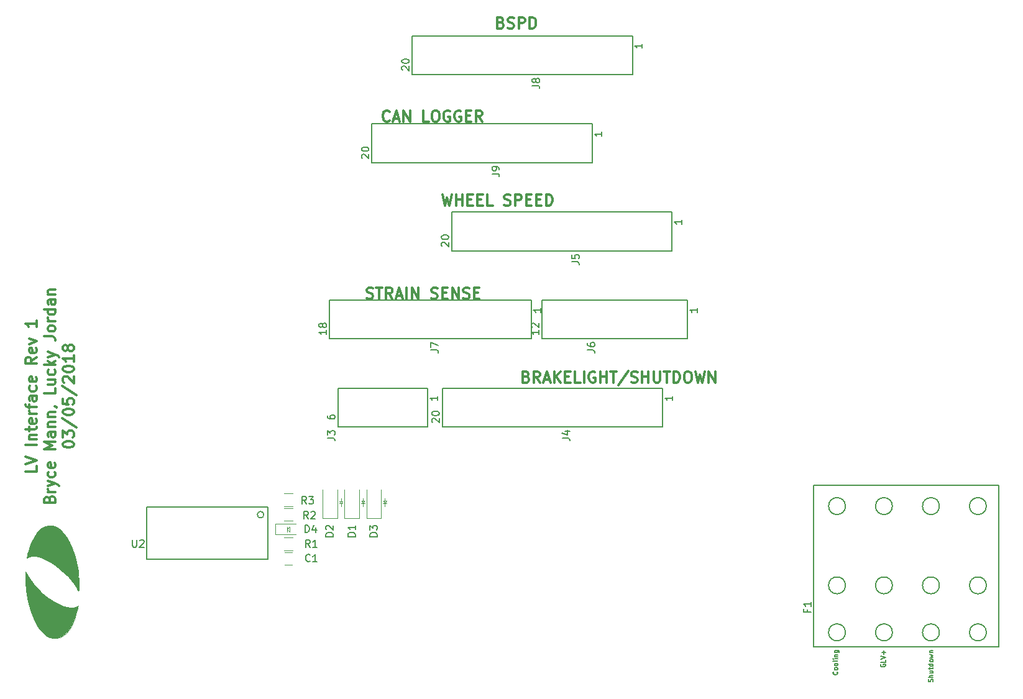
<source format=gbr>
G04 #@! TF.FileFunction,Legend,Top*
%FSLAX46Y46*%
G04 Gerber Fmt 4.6, Leading zero omitted, Abs format (unit mm)*
G04 Created by KiCad (PCBNEW 4.0.7) date 03/25/18 12:40:51*
%MOMM*%
%LPD*%
G01*
G04 APERTURE LIST*
%ADD10C,0.100000*%
%ADD11C,0.300000*%
%ADD12C,0.159100*%
%ADD13C,0.150000*%
%ADD14C,0.120000*%
%ADD15C,0.010000*%
G04 APERTURE END LIST*
D10*
D11*
X31148571Y-118755713D02*
X31148571Y-119469999D01*
X29648571Y-119469999D01*
X29648571Y-118469999D02*
X31148571Y-117969999D01*
X29648571Y-117469999D01*
X31148571Y-115827142D02*
X29648571Y-115827142D01*
X30148571Y-115112856D02*
X31148571Y-115112856D01*
X30291429Y-115112856D02*
X30220000Y-115041428D01*
X30148571Y-114898570D01*
X30148571Y-114684285D01*
X30220000Y-114541428D01*
X30362857Y-114469999D01*
X31148571Y-114469999D01*
X30148571Y-113969999D02*
X30148571Y-113398570D01*
X29648571Y-113755713D02*
X30934286Y-113755713D01*
X31077143Y-113684285D01*
X31148571Y-113541427D01*
X31148571Y-113398570D01*
X31077143Y-112327142D02*
X31148571Y-112469999D01*
X31148571Y-112755713D01*
X31077143Y-112898570D01*
X30934286Y-112969999D01*
X30362857Y-112969999D01*
X30220000Y-112898570D01*
X30148571Y-112755713D01*
X30148571Y-112469999D01*
X30220000Y-112327142D01*
X30362857Y-112255713D01*
X30505714Y-112255713D01*
X30648571Y-112969999D01*
X31148571Y-111612856D02*
X30148571Y-111612856D01*
X30434286Y-111612856D02*
X30291429Y-111541428D01*
X30220000Y-111469999D01*
X30148571Y-111327142D01*
X30148571Y-111184285D01*
X30148571Y-110898571D02*
X30148571Y-110327142D01*
X31148571Y-110684285D02*
X29862857Y-110684285D01*
X29720000Y-110612857D01*
X29648571Y-110469999D01*
X29648571Y-110327142D01*
X31148571Y-109184285D02*
X30362857Y-109184285D01*
X30220000Y-109255714D01*
X30148571Y-109398571D01*
X30148571Y-109684285D01*
X30220000Y-109827142D01*
X31077143Y-109184285D02*
X31148571Y-109327142D01*
X31148571Y-109684285D01*
X31077143Y-109827142D01*
X30934286Y-109898571D01*
X30791429Y-109898571D01*
X30648571Y-109827142D01*
X30577143Y-109684285D01*
X30577143Y-109327142D01*
X30505714Y-109184285D01*
X31077143Y-107827142D02*
X31148571Y-107969999D01*
X31148571Y-108255713D01*
X31077143Y-108398571D01*
X31005714Y-108469999D01*
X30862857Y-108541428D01*
X30434286Y-108541428D01*
X30291429Y-108469999D01*
X30220000Y-108398571D01*
X30148571Y-108255713D01*
X30148571Y-107969999D01*
X30220000Y-107827142D01*
X31077143Y-106612857D02*
X31148571Y-106755714D01*
X31148571Y-107041428D01*
X31077143Y-107184285D01*
X30934286Y-107255714D01*
X30362857Y-107255714D01*
X30220000Y-107184285D01*
X30148571Y-107041428D01*
X30148571Y-106755714D01*
X30220000Y-106612857D01*
X30362857Y-106541428D01*
X30505714Y-106541428D01*
X30648571Y-107255714D01*
X31148571Y-103898571D02*
X30434286Y-104398571D01*
X31148571Y-104755714D02*
X29648571Y-104755714D01*
X29648571Y-104184286D01*
X29720000Y-104041428D01*
X29791429Y-103970000D01*
X29934286Y-103898571D01*
X30148571Y-103898571D01*
X30291429Y-103970000D01*
X30362857Y-104041428D01*
X30434286Y-104184286D01*
X30434286Y-104755714D01*
X31077143Y-102684286D02*
X31148571Y-102827143D01*
X31148571Y-103112857D01*
X31077143Y-103255714D01*
X30934286Y-103327143D01*
X30362857Y-103327143D01*
X30220000Y-103255714D01*
X30148571Y-103112857D01*
X30148571Y-102827143D01*
X30220000Y-102684286D01*
X30362857Y-102612857D01*
X30505714Y-102612857D01*
X30648571Y-103327143D01*
X30148571Y-102112857D02*
X31148571Y-101755714D01*
X30148571Y-101398572D01*
X31148571Y-98898572D02*
X31148571Y-99755715D01*
X31148571Y-99327143D02*
X29648571Y-99327143D01*
X29862857Y-99470000D01*
X30005714Y-99612858D01*
X30077143Y-99755715D01*
X32912857Y-123255714D02*
X32984286Y-123041428D01*
X33055714Y-122970000D01*
X33198571Y-122898571D01*
X33412857Y-122898571D01*
X33555714Y-122970000D01*
X33627143Y-123041428D01*
X33698571Y-123184286D01*
X33698571Y-123755714D01*
X32198571Y-123755714D01*
X32198571Y-123255714D01*
X32270000Y-123112857D01*
X32341429Y-123041428D01*
X32484286Y-122970000D01*
X32627143Y-122970000D01*
X32770000Y-123041428D01*
X32841429Y-123112857D01*
X32912857Y-123255714D01*
X32912857Y-123755714D01*
X33698571Y-122255714D02*
X32698571Y-122255714D01*
X32984286Y-122255714D02*
X32841429Y-122184286D01*
X32770000Y-122112857D01*
X32698571Y-121970000D01*
X32698571Y-121827143D01*
X32698571Y-121470000D02*
X33698571Y-121112857D01*
X32698571Y-120755715D02*
X33698571Y-121112857D01*
X34055714Y-121255715D01*
X34127143Y-121327143D01*
X34198571Y-121470000D01*
X33627143Y-119541429D02*
X33698571Y-119684286D01*
X33698571Y-119970000D01*
X33627143Y-120112858D01*
X33555714Y-120184286D01*
X33412857Y-120255715D01*
X32984286Y-120255715D01*
X32841429Y-120184286D01*
X32770000Y-120112858D01*
X32698571Y-119970000D01*
X32698571Y-119684286D01*
X32770000Y-119541429D01*
X33627143Y-118327144D02*
X33698571Y-118470001D01*
X33698571Y-118755715D01*
X33627143Y-118898572D01*
X33484286Y-118970001D01*
X32912857Y-118970001D01*
X32770000Y-118898572D01*
X32698571Y-118755715D01*
X32698571Y-118470001D01*
X32770000Y-118327144D01*
X32912857Y-118255715D01*
X33055714Y-118255715D01*
X33198571Y-118970001D01*
X33698571Y-116470001D02*
X32198571Y-116470001D01*
X33270000Y-115970001D01*
X32198571Y-115470001D01*
X33698571Y-115470001D01*
X33698571Y-114112858D02*
X32912857Y-114112858D01*
X32770000Y-114184287D01*
X32698571Y-114327144D01*
X32698571Y-114612858D01*
X32770000Y-114755715D01*
X33627143Y-114112858D02*
X33698571Y-114255715D01*
X33698571Y-114612858D01*
X33627143Y-114755715D01*
X33484286Y-114827144D01*
X33341429Y-114827144D01*
X33198571Y-114755715D01*
X33127143Y-114612858D01*
X33127143Y-114255715D01*
X33055714Y-114112858D01*
X32698571Y-113398572D02*
X33698571Y-113398572D01*
X32841429Y-113398572D02*
X32770000Y-113327144D01*
X32698571Y-113184286D01*
X32698571Y-112970001D01*
X32770000Y-112827144D01*
X32912857Y-112755715D01*
X33698571Y-112755715D01*
X32698571Y-112041429D02*
X33698571Y-112041429D01*
X32841429Y-112041429D02*
X32770000Y-111970001D01*
X32698571Y-111827143D01*
X32698571Y-111612858D01*
X32770000Y-111470001D01*
X32912857Y-111398572D01*
X33698571Y-111398572D01*
X33627143Y-110612858D02*
X33698571Y-110612858D01*
X33841429Y-110684286D01*
X33912857Y-110755715D01*
X33698571Y-108112857D02*
X33698571Y-108827143D01*
X32198571Y-108827143D01*
X32698571Y-106970000D02*
X33698571Y-106970000D01*
X32698571Y-107612857D02*
X33484286Y-107612857D01*
X33627143Y-107541429D01*
X33698571Y-107398571D01*
X33698571Y-107184286D01*
X33627143Y-107041429D01*
X33555714Y-106970000D01*
X33627143Y-105612857D02*
X33698571Y-105755714D01*
X33698571Y-106041428D01*
X33627143Y-106184286D01*
X33555714Y-106255714D01*
X33412857Y-106327143D01*
X32984286Y-106327143D01*
X32841429Y-106255714D01*
X32770000Y-106184286D01*
X32698571Y-106041428D01*
X32698571Y-105755714D01*
X32770000Y-105612857D01*
X33698571Y-104970000D02*
X32198571Y-104970000D01*
X33127143Y-104827143D02*
X33698571Y-104398572D01*
X32698571Y-104398572D02*
X33270000Y-104970000D01*
X32698571Y-103898571D02*
X33698571Y-103541428D01*
X32698571Y-103184286D02*
X33698571Y-103541428D01*
X34055714Y-103684286D01*
X34127143Y-103755714D01*
X34198571Y-103898571D01*
X32198571Y-101041429D02*
X33270000Y-101041429D01*
X33484286Y-101112857D01*
X33627143Y-101255714D01*
X33698571Y-101470000D01*
X33698571Y-101612857D01*
X33698571Y-100112857D02*
X33627143Y-100255715D01*
X33555714Y-100327143D01*
X33412857Y-100398572D01*
X32984286Y-100398572D01*
X32841429Y-100327143D01*
X32770000Y-100255715D01*
X32698571Y-100112857D01*
X32698571Y-99898572D01*
X32770000Y-99755715D01*
X32841429Y-99684286D01*
X32984286Y-99612857D01*
X33412857Y-99612857D01*
X33555714Y-99684286D01*
X33627143Y-99755715D01*
X33698571Y-99898572D01*
X33698571Y-100112857D01*
X33698571Y-98970000D02*
X32698571Y-98970000D01*
X32984286Y-98970000D02*
X32841429Y-98898572D01*
X32770000Y-98827143D01*
X32698571Y-98684286D01*
X32698571Y-98541429D01*
X33698571Y-97398572D02*
X32198571Y-97398572D01*
X33627143Y-97398572D02*
X33698571Y-97541429D01*
X33698571Y-97827143D01*
X33627143Y-97970001D01*
X33555714Y-98041429D01*
X33412857Y-98112858D01*
X32984286Y-98112858D01*
X32841429Y-98041429D01*
X32770000Y-97970001D01*
X32698571Y-97827143D01*
X32698571Y-97541429D01*
X32770000Y-97398572D01*
X33698571Y-96041429D02*
X32912857Y-96041429D01*
X32770000Y-96112858D01*
X32698571Y-96255715D01*
X32698571Y-96541429D01*
X32770000Y-96684286D01*
X33627143Y-96041429D02*
X33698571Y-96184286D01*
X33698571Y-96541429D01*
X33627143Y-96684286D01*
X33484286Y-96755715D01*
X33341429Y-96755715D01*
X33198571Y-96684286D01*
X33127143Y-96541429D01*
X33127143Y-96184286D01*
X33055714Y-96041429D01*
X32698571Y-95327143D02*
X33698571Y-95327143D01*
X32841429Y-95327143D02*
X32770000Y-95255715D01*
X32698571Y-95112857D01*
X32698571Y-94898572D01*
X32770000Y-94755715D01*
X32912857Y-94684286D01*
X33698571Y-94684286D01*
X34748571Y-115862856D02*
X34748571Y-115719999D01*
X34820000Y-115577142D01*
X34891429Y-115505713D01*
X35034286Y-115434284D01*
X35320000Y-115362856D01*
X35677143Y-115362856D01*
X35962857Y-115434284D01*
X36105714Y-115505713D01*
X36177143Y-115577142D01*
X36248571Y-115719999D01*
X36248571Y-115862856D01*
X36177143Y-116005713D01*
X36105714Y-116077142D01*
X35962857Y-116148570D01*
X35677143Y-116219999D01*
X35320000Y-116219999D01*
X35034286Y-116148570D01*
X34891429Y-116077142D01*
X34820000Y-116005713D01*
X34748571Y-115862856D01*
X34748571Y-114862856D02*
X34748571Y-113934285D01*
X35320000Y-114434285D01*
X35320000Y-114219999D01*
X35391429Y-114077142D01*
X35462857Y-114005713D01*
X35605714Y-113934285D01*
X35962857Y-113934285D01*
X36105714Y-114005713D01*
X36177143Y-114077142D01*
X36248571Y-114219999D01*
X36248571Y-114648571D01*
X36177143Y-114791428D01*
X36105714Y-114862856D01*
X34677143Y-112220000D02*
X36605714Y-113505714D01*
X34748571Y-111434285D02*
X34748571Y-111291428D01*
X34820000Y-111148571D01*
X34891429Y-111077142D01*
X35034286Y-111005713D01*
X35320000Y-110934285D01*
X35677143Y-110934285D01*
X35962857Y-111005713D01*
X36105714Y-111077142D01*
X36177143Y-111148571D01*
X36248571Y-111291428D01*
X36248571Y-111434285D01*
X36177143Y-111577142D01*
X36105714Y-111648571D01*
X35962857Y-111719999D01*
X35677143Y-111791428D01*
X35320000Y-111791428D01*
X35034286Y-111719999D01*
X34891429Y-111648571D01*
X34820000Y-111577142D01*
X34748571Y-111434285D01*
X34748571Y-109577142D02*
X34748571Y-110291428D01*
X35462857Y-110362857D01*
X35391429Y-110291428D01*
X35320000Y-110148571D01*
X35320000Y-109791428D01*
X35391429Y-109648571D01*
X35462857Y-109577142D01*
X35605714Y-109505714D01*
X35962857Y-109505714D01*
X36105714Y-109577142D01*
X36177143Y-109648571D01*
X36248571Y-109791428D01*
X36248571Y-110148571D01*
X36177143Y-110291428D01*
X36105714Y-110362857D01*
X34677143Y-107791429D02*
X36605714Y-109077143D01*
X34891429Y-107362857D02*
X34820000Y-107291428D01*
X34748571Y-107148571D01*
X34748571Y-106791428D01*
X34820000Y-106648571D01*
X34891429Y-106577142D01*
X35034286Y-106505714D01*
X35177143Y-106505714D01*
X35391429Y-106577142D01*
X36248571Y-107434285D01*
X36248571Y-106505714D01*
X34748571Y-105577143D02*
X34748571Y-105434286D01*
X34820000Y-105291429D01*
X34891429Y-105220000D01*
X35034286Y-105148571D01*
X35320000Y-105077143D01*
X35677143Y-105077143D01*
X35962857Y-105148571D01*
X36105714Y-105220000D01*
X36177143Y-105291429D01*
X36248571Y-105434286D01*
X36248571Y-105577143D01*
X36177143Y-105720000D01*
X36105714Y-105791429D01*
X35962857Y-105862857D01*
X35677143Y-105934286D01*
X35320000Y-105934286D01*
X35034286Y-105862857D01*
X34891429Y-105791429D01*
X34820000Y-105720000D01*
X34748571Y-105577143D01*
X36248571Y-103648572D02*
X36248571Y-104505715D01*
X36248571Y-104077143D02*
X34748571Y-104077143D01*
X34962857Y-104220000D01*
X35105714Y-104362858D01*
X35177143Y-104505715D01*
X35391429Y-102791429D02*
X35320000Y-102934287D01*
X35248571Y-103005715D01*
X35105714Y-103077144D01*
X35034286Y-103077144D01*
X34891429Y-103005715D01*
X34820000Y-102934287D01*
X34748571Y-102791429D01*
X34748571Y-102505715D01*
X34820000Y-102362858D01*
X34891429Y-102291429D01*
X35034286Y-102220001D01*
X35105714Y-102220001D01*
X35248571Y-102291429D01*
X35320000Y-102362858D01*
X35391429Y-102505715D01*
X35391429Y-102791429D01*
X35462857Y-102934287D01*
X35534286Y-103005715D01*
X35677143Y-103077144D01*
X35962857Y-103077144D01*
X36105714Y-103005715D01*
X36177143Y-102934287D01*
X36248571Y-102791429D01*
X36248571Y-102505715D01*
X36177143Y-102362858D01*
X36105714Y-102291429D01*
X35962857Y-102220001D01*
X35677143Y-102220001D01*
X35534286Y-102291429D01*
X35462857Y-102362858D01*
X35391429Y-102505715D01*
X97882856Y-106572857D02*
X98097142Y-106644286D01*
X98168570Y-106715714D01*
X98239999Y-106858571D01*
X98239999Y-107072857D01*
X98168570Y-107215714D01*
X98097142Y-107287143D01*
X97954284Y-107358571D01*
X97382856Y-107358571D01*
X97382856Y-105858571D01*
X97882856Y-105858571D01*
X98025713Y-105930000D01*
X98097142Y-106001429D01*
X98168570Y-106144286D01*
X98168570Y-106287143D01*
X98097142Y-106430000D01*
X98025713Y-106501429D01*
X97882856Y-106572857D01*
X97382856Y-106572857D01*
X99739999Y-107358571D02*
X99239999Y-106644286D01*
X98882856Y-107358571D02*
X98882856Y-105858571D01*
X99454284Y-105858571D01*
X99597142Y-105930000D01*
X99668570Y-106001429D01*
X99739999Y-106144286D01*
X99739999Y-106358571D01*
X99668570Y-106501429D01*
X99597142Y-106572857D01*
X99454284Y-106644286D01*
X98882856Y-106644286D01*
X100311427Y-106930000D02*
X101025713Y-106930000D01*
X100168570Y-107358571D02*
X100668570Y-105858571D01*
X101168570Y-107358571D01*
X101668570Y-107358571D02*
X101668570Y-105858571D01*
X102525713Y-107358571D02*
X101882856Y-106501429D01*
X102525713Y-105858571D02*
X101668570Y-106715714D01*
X103168570Y-106572857D02*
X103668570Y-106572857D01*
X103882856Y-107358571D02*
X103168570Y-107358571D01*
X103168570Y-105858571D01*
X103882856Y-105858571D01*
X105239999Y-107358571D02*
X104525713Y-107358571D01*
X104525713Y-105858571D01*
X105739999Y-107358571D02*
X105739999Y-105858571D01*
X107239999Y-105930000D02*
X107097142Y-105858571D01*
X106882856Y-105858571D01*
X106668571Y-105930000D01*
X106525713Y-106072857D01*
X106454285Y-106215714D01*
X106382856Y-106501429D01*
X106382856Y-106715714D01*
X106454285Y-107001429D01*
X106525713Y-107144286D01*
X106668571Y-107287143D01*
X106882856Y-107358571D01*
X107025713Y-107358571D01*
X107239999Y-107287143D01*
X107311428Y-107215714D01*
X107311428Y-106715714D01*
X107025713Y-106715714D01*
X107954285Y-107358571D02*
X107954285Y-105858571D01*
X107954285Y-106572857D02*
X108811428Y-106572857D01*
X108811428Y-107358571D02*
X108811428Y-105858571D01*
X109311428Y-105858571D02*
X110168571Y-105858571D01*
X109740000Y-107358571D02*
X109740000Y-105858571D01*
X111739999Y-105787143D02*
X110454285Y-107715714D01*
X112168571Y-107287143D02*
X112382857Y-107358571D01*
X112740000Y-107358571D01*
X112882857Y-107287143D01*
X112954286Y-107215714D01*
X113025714Y-107072857D01*
X113025714Y-106930000D01*
X112954286Y-106787143D01*
X112882857Y-106715714D01*
X112740000Y-106644286D01*
X112454286Y-106572857D01*
X112311428Y-106501429D01*
X112240000Y-106430000D01*
X112168571Y-106287143D01*
X112168571Y-106144286D01*
X112240000Y-106001429D01*
X112311428Y-105930000D01*
X112454286Y-105858571D01*
X112811428Y-105858571D01*
X113025714Y-105930000D01*
X113668571Y-107358571D02*
X113668571Y-105858571D01*
X113668571Y-106572857D02*
X114525714Y-106572857D01*
X114525714Y-107358571D02*
X114525714Y-105858571D01*
X115240000Y-105858571D02*
X115240000Y-107072857D01*
X115311428Y-107215714D01*
X115382857Y-107287143D01*
X115525714Y-107358571D01*
X115811428Y-107358571D01*
X115954286Y-107287143D01*
X116025714Y-107215714D01*
X116097143Y-107072857D01*
X116097143Y-105858571D01*
X116597143Y-105858571D02*
X117454286Y-105858571D01*
X117025715Y-107358571D02*
X117025715Y-105858571D01*
X117954286Y-107358571D02*
X117954286Y-105858571D01*
X118311429Y-105858571D01*
X118525714Y-105930000D01*
X118668572Y-106072857D01*
X118740000Y-106215714D01*
X118811429Y-106501429D01*
X118811429Y-106715714D01*
X118740000Y-107001429D01*
X118668572Y-107144286D01*
X118525714Y-107287143D01*
X118311429Y-107358571D01*
X117954286Y-107358571D01*
X119740000Y-105858571D02*
X120025714Y-105858571D01*
X120168572Y-105930000D01*
X120311429Y-106072857D01*
X120382857Y-106358571D01*
X120382857Y-106858571D01*
X120311429Y-107144286D01*
X120168572Y-107287143D01*
X120025714Y-107358571D01*
X119740000Y-107358571D01*
X119597143Y-107287143D01*
X119454286Y-107144286D01*
X119382857Y-106858571D01*
X119382857Y-106358571D01*
X119454286Y-106072857D01*
X119597143Y-105930000D01*
X119740000Y-105858571D01*
X120882858Y-105858571D02*
X121240001Y-107358571D01*
X121525715Y-106287143D01*
X121811429Y-107358571D01*
X122168572Y-105858571D01*
X122740001Y-107358571D02*
X122740001Y-105858571D01*
X123597144Y-107358571D01*
X123597144Y-105858571D01*
X76141429Y-95857143D02*
X76355715Y-95928571D01*
X76712858Y-95928571D01*
X76855715Y-95857143D01*
X76927144Y-95785714D01*
X76998572Y-95642857D01*
X76998572Y-95500000D01*
X76927144Y-95357143D01*
X76855715Y-95285714D01*
X76712858Y-95214286D01*
X76427144Y-95142857D01*
X76284286Y-95071429D01*
X76212858Y-95000000D01*
X76141429Y-94857143D01*
X76141429Y-94714286D01*
X76212858Y-94571429D01*
X76284286Y-94500000D01*
X76427144Y-94428571D01*
X76784286Y-94428571D01*
X76998572Y-94500000D01*
X77427143Y-94428571D02*
X78284286Y-94428571D01*
X77855715Y-95928571D02*
X77855715Y-94428571D01*
X79641429Y-95928571D02*
X79141429Y-95214286D01*
X78784286Y-95928571D02*
X78784286Y-94428571D01*
X79355714Y-94428571D01*
X79498572Y-94500000D01*
X79570000Y-94571429D01*
X79641429Y-94714286D01*
X79641429Y-94928571D01*
X79570000Y-95071429D01*
X79498572Y-95142857D01*
X79355714Y-95214286D01*
X78784286Y-95214286D01*
X80212857Y-95500000D02*
X80927143Y-95500000D01*
X80070000Y-95928571D02*
X80570000Y-94428571D01*
X81070000Y-95928571D01*
X81570000Y-95928571D02*
X81570000Y-94428571D01*
X82284286Y-95928571D02*
X82284286Y-94428571D01*
X83141429Y-95928571D01*
X83141429Y-94428571D01*
X84927143Y-95857143D02*
X85141429Y-95928571D01*
X85498572Y-95928571D01*
X85641429Y-95857143D01*
X85712858Y-95785714D01*
X85784286Y-95642857D01*
X85784286Y-95500000D01*
X85712858Y-95357143D01*
X85641429Y-95285714D01*
X85498572Y-95214286D01*
X85212858Y-95142857D01*
X85070000Y-95071429D01*
X84998572Y-95000000D01*
X84927143Y-94857143D01*
X84927143Y-94714286D01*
X84998572Y-94571429D01*
X85070000Y-94500000D01*
X85212858Y-94428571D01*
X85570000Y-94428571D01*
X85784286Y-94500000D01*
X86427143Y-95142857D02*
X86927143Y-95142857D01*
X87141429Y-95928571D02*
X86427143Y-95928571D01*
X86427143Y-94428571D01*
X87141429Y-94428571D01*
X87784286Y-95928571D02*
X87784286Y-94428571D01*
X88641429Y-95928571D01*
X88641429Y-94428571D01*
X89284286Y-95857143D02*
X89498572Y-95928571D01*
X89855715Y-95928571D01*
X89998572Y-95857143D01*
X90070001Y-95785714D01*
X90141429Y-95642857D01*
X90141429Y-95500000D01*
X90070001Y-95357143D01*
X89998572Y-95285714D01*
X89855715Y-95214286D01*
X89570001Y-95142857D01*
X89427143Y-95071429D01*
X89355715Y-95000000D01*
X89284286Y-94857143D01*
X89284286Y-94714286D01*
X89355715Y-94571429D01*
X89427143Y-94500000D01*
X89570001Y-94428571D01*
X89927143Y-94428571D01*
X90141429Y-94500000D01*
X90784286Y-95142857D02*
X91284286Y-95142857D01*
X91498572Y-95928571D02*
X90784286Y-95928571D01*
X90784286Y-94428571D01*
X91498572Y-94428571D01*
X86444286Y-81728571D02*
X86801429Y-83228571D01*
X87087143Y-82157143D01*
X87372857Y-83228571D01*
X87730000Y-81728571D01*
X88301429Y-83228571D02*
X88301429Y-81728571D01*
X88301429Y-82442857D02*
X89158572Y-82442857D01*
X89158572Y-83228571D02*
X89158572Y-81728571D01*
X89872858Y-82442857D02*
X90372858Y-82442857D01*
X90587144Y-83228571D02*
X89872858Y-83228571D01*
X89872858Y-81728571D01*
X90587144Y-81728571D01*
X91230001Y-82442857D02*
X91730001Y-82442857D01*
X91944287Y-83228571D02*
X91230001Y-83228571D01*
X91230001Y-81728571D01*
X91944287Y-81728571D01*
X93301430Y-83228571D02*
X92587144Y-83228571D01*
X92587144Y-81728571D01*
X94872858Y-83157143D02*
X95087144Y-83228571D01*
X95444287Y-83228571D01*
X95587144Y-83157143D01*
X95658573Y-83085714D01*
X95730001Y-82942857D01*
X95730001Y-82800000D01*
X95658573Y-82657143D01*
X95587144Y-82585714D01*
X95444287Y-82514286D01*
X95158573Y-82442857D01*
X95015715Y-82371429D01*
X94944287Y-82300000D01*
X94872858Y-82157143D01*
X94872858Y-82014286D01*
X94944287Y-81871429D01*
X95015715Y-81800000D01*
X95158573Y-81728571D01*
X95515715Y-81728571D01*
X95730001Y-81800000D01*
X96372858Y-83228571D02*
X96372858Y-81728571D01*
X96944286Y-81728571D01*
X97087144Y-81800000D01*
X97158572Y-81871429D01*
X97230001Y-82014286D01*
X97230001Y-82228571D01*
X97158572Y-82371429D01*
X97087144Y-82442857D01*
X96944286Y-82514286D01*
X96372858Y-82514286D01*
X97872858Y-82442857D02*
X98372858Y-82442857D01*
X98587144Y-83228571D02*
X97872858Y-83228571D01*
X97872858Y-81728571D01*
X98587144Y-81728571D01*
X99230001Y-82442857D02*
X99730001Y-82442857D01*
X99944287Y-83228571D02*
X99230001Y-83228571D01*
X99230001Y-81728571D01*
X99944287Y-81728571D01*
X100587144Y-83228571D02*
X100587144Y-81728571D01*
X100944287Y-81728571D01*
X101158572Y-81800000D01*
X101301430Y-81942857D01*
X101372858Y-82085714D01*
X101444287Y-82371429D01*
X101444287Y-82585714D01*
X101372858Y-82871429D01*
X101301430Y-83014286D01*
X101158572Y-83157143D01*
X100944287Y-83228571D01*
X100587144Y-83228571D01*
X79232857Y-71655714D02*
X79161428Y-71727143D01*
X78947142Y-71798571D01*
X78804285Y-71798571D01*
X78590000Y-71727143D01*
X78447142Y-71584286D01*
X78375714Y-71441429D01*
X78304285Y-71155714D01*
X78304285Y-70941429D01*
X78375714Y-70655714D01*
X78447142Y-70512857D01*
X78590000Y-70370000D01*
X78804285Y-70298571D01*
X78947142Y-70298571D01*
X79161428Y-70370000D01*
X79232857Y-70441429D01*
X79804285Y-71370000D02*
X80518571Y-71370000D01*
X79661428Y-71798571D02*
X80161428Y-70298571D01*
X80661428Y-71798571D01*
X81161428Y-71798571D02*
X81161428Y-70298571D01*
X82018571Y-71798571D01*
X82018571Y-70298571D01*
X84590000Y-71798571D02*
X83875714Y-71798571D01*
X83875714Y-70298571D01*
X85375714Y-70298571D02*
X85661428Y-70298571D01*
X85804286Y-70370000D01*
X85947143Y-70512857D01*
X86018571Y-70798571D01*
X86018571Y-71298571D01*
X85947143Y-71584286D01*
X85804286Y-71727143D01*
X85661428Y-71798571D01*
X85375714Y-71798571D01*
X85232857Y-71727143D01*
X85090000Y-71584286D01*
X85018571Y-71298571D01*
X85018571Y-70798571D01*
X85090000Y-70512857D01*
X85232857Y-70370000D01*
X85375714Y-70298571D01*
X87447143Y-70370000D02*
X87304286Y-70298571D01*
X87090000Y-70298571D01*
X86875715Y-70370000D01*
X86732857Y-70512857D01*
X86661429Y-70655714D01*
X86590000Y-70941429D01*
X86590000Y-71155714D01*
X86661429Y-71441429D01*
X86732857Y-71584286D01*
X86875715Y-71727143D01*
X87090000Y-71798571D01*
X87232857Y-71798571D01*
X87447143Y-71727143D01*
X87518572Y-71655714D01*
X87518572Y-71155714D01*
X87232857Y-71155714D01*
X88947143Y-70370000D02*
X88804286Y-70298571D01*
X88590000Y-70298571D01*
X88375715Y-70370000D01*
X88232857Y-70512857D01*
X88161429Y-70655714D01*
X88090000Y-70941429D01*
X88090000Y-71155714D01*
X88161429Y-71441429D01*
X88232857Y-71584286D01*
X88375715Y-71727143D01*
X88590000Y-71798571D01*
X88732857Y-71798571D01*
X88947143Y-71727143D01*
X89018572Y-71655714D01*
X89018572Y-71155714D01*
X88732857Y-71155714D01*
X89661429Y-71012857D02*
X90161429Y-71012857D01*
X90375715Y-71798571D02*
X89661429Y-71798571D01*
X89661429Y-70298571D01*
X90375715Y-70298571D01*
X91875715Y-71798571D02*
X91375715Y-71084286D01*
X91018572Y-71798571D02*
X91018572Y-70298571D01*
X91590000Y-70298571D01*
X91732858Y-70370000D01*
X91804286Y-70441429D01*
X91875715Y-70584286D01*
X91875715Y-70798571D01*
X91804286Y-70941429D01*
X91732858Y-71012857D01*
X91590000Y-71084286D01*
X91018572Y-71084286D01*
X94412858Y-58312857D02*
X94627144Y-58384286D01*
X94698572Y-58455714D01*
X94770001Y-58598571D01*
X94770001Y-58812857D01*
X94698572Y-58955714D01*
X94627144Y-59027143D01*
X94484286Y-59098571D01*
X93912858Y-59098571D01*
X93912858Y-57598571D01*
X94412858Y-57598571D01*
X94555715Y-57670000D01*
X94627144Y-57741429D01*
X94698572Y-57884286D01*
X94698572Y-58027143D01*
X94627144Y-58170000D01*
X94555715Y-58241429D01*
X94412858Y-58312857D01*
X93912858Y-58312857D01*
X95341429Y-59027143D02*
X95555715Y-59098571D01*
X95912858Y-59098571D01*
X96055715Y-59027143D01*
X96127144Y-58955714D01*
X96198572Y-58812857D01*
X96198572Y-58670000D01*
X96127144Y-58527143D01*
X96055715Y-58455714D01*
X95912858Y-58384286D01*
X95627144Y-58312857D01*
X95484286Y-58241429D01*
X95412858Y-58170000D01*
X95341429Y-58027143D01*
X95341429Y-57884286D01*
X95412858Y-57741429D01*
X95484286Y-57670000D01*
X95627144Y-57598571D01*
X95984286Y-57598571D01*
X96198572Y-57670000D01*
X96841429Y-59098571D02*
X96841429Y-57598571D01*
X97412857Y-57598571D01*
X97555715Y-57670000D01*
X97627143Y-57741429D01*
X97698572Y-57884286D01*
X97698572Y-58098571D01*
X97627143Y-58241429D01*
X97555715Y-58312857D01*
X97412857Y-58384286D01*
X96841429Y-58384286D01*
X98341429Y-59098571D02*
X98341429Y-57598571D01*
X98698572Y-57598571D01*
X98912857Y-57670000D01*
X99055715Y-57812857D01*
X99127143Y-57955714D01*
X99198572Y-58241429D01*
X99198572Y-58455714D01*
X99127143Y-58741429D01*
X99055715Y-58884286D01*
X98912857Y-59027143D01*
X98698572Y-59098571D01*
X98341429Y-59098571D01*
D12*
X153257590Y-148136484D02*
X153287895Y-148045570D01*
X153287895Y-147894046D01*
X153257590Y-147833436D01*
X153227286Y-147803132D01*
X153166676Y-147772827D01*
X153106067Y-147772827D01*
X153045457Y-147803132D01*
X153015152Y-147833436D01*
X152984848Y-147894046D01*
X152954543Y-148015265D01*
X152924238Y-148075874D01*
X152893933Y-148106179D01*
X152833324Y-148136484D01*
X152772714Y-148136484D01*
X152712105Y-148106179D01*
X152681800Y-148075874D01*
X152651495Y-148015265D01*
X152651495Y-147863741D01*
X152681800Y-147772827D01*
X153287895Y-147500084D02*
X152651495Y-147500084D01*
X153287895Y-147227341D02*
X152954543Y-147227341D01*
X152893933Y-147257646D01*
X152863629Y-147318256D01*
X152863629Y-147409170D01*
X152893933Y-147469779D01*
X152924238Y-147500084D01*
X152863629Y-146651551D02*
X153287895Y-146651551D01*
X152863629Y-146924294D02*
X153196981Y-146924294D01*
X153257590Y-146893989D01*
X153287895Y-146833380D01*
X153287895Y-146742466D01*
X153257590Y-146681856D01*
X153227286Y-146651551D01*
X152863629Y-146439418D02*
X152863629Y-146196980D01*
X152651495Y-146348504D02*
X153196981Y-146348504D01*
X153257590Y-146318199D01*
X153287895Y-146257590D01*
X153287895Y-146196980D01*
X153287895Y-145712104D02*
X152651495Y-145712104D01*
X153257590Y-145712104D02*
X153287895Y-145772714D01*
X153287895Y-145893933D01*
X153257590Y-145954542D01*
X153227286Y-145984847D01*
X153166676Y-146015152D01*
X152984848Y-146015152D01*
X152924238Y-145984847D01*
X152893933Y-145954542D01*
X152863629Y-145893933D01*
X152863629Y-145772714D01*
X152893933Y-145712104D01*
X153287895Y-145318143D02*
X153257590Y-145378752D01*
X153227286Y-145409057D01*
X153166676Y-145439362D01*
X152984848Y-145439362D01*
X152924238Y-145409057D01*
X152893933Y-145378752D01*
X152863629Y-145318143D01*
X152863629Y-145227229D01*
X152893933Y-145166619D01*
X152924238Y-145136314D01*
X152984848Y-145106010D01*
X153166676Y-145106010D01*
X153227286Y-145136314D01*
X153257590Y-145166619D01*
X153287895Y-145227229D01*
X153287895Y-145318143D01*
X152863629Y-144893877D02*
X153287895Y-144772658D01*
X152984848Y-144651439D01*
X153287895Y-144530220D01*
X152863629Y-144409001D01*
X152863629Y-144166562D02*
X153287895Y-144166562D01*
X152924238Y-144166562D02*
X152893933Y-144136257D01*
X152863629Y-144075648D01*
X152863629Y-143984734D01*
X152893933Y-143924124D01*
X152954543Y-143893819D01*
X153287895Y-143893819D01*
X146181800Y-145757619D02*
X146151495Y-145818228D01*
X146151495Y-145909143D01*
X146181800Y-146000057D01*
X146242410Y-146060666D01*
X146303019Y-146090971D01*
X146424238Y-146121276D01*
X146515152Y-146121276D01*
X146636371Y-146090971D01*
X146696981Y-146060666D01*
X146757590Y-146000057D01*
X146787895Y-145909143D01*
X146787895Y-145848533D01*
X146757590Y-145757619D01*
X146727286Y-145727314D01*
X146515152Y-145727314D01*
X146515152Y-145848533D01*
X146787895Y-145151524D02*
X146787895Y-145454571D01*
X146151495Y-145454571D01*
X146151495Y-145030304D02*
X146787895Y-144818171D01*
X146151495Y-144606038D01*
X146545457Y-144393904D02*
X146545457Y-143909028D01*
X146787895Y-144151466D02*
X146303019Y-144151466D01*
X140227286Y-146772799D02*
X140257590Y-146803104D01*
X140287895Y-146894018D01*
X140287895Y-146954628D01*
X140257590Y-147045542D01*
X140196981Y-147106151D01*
X140136371Y-147136456D01*
X140015152Y-147166761D01*
X139924238Y-147166761D01*
X139803019Y-147136456D01*
X139742410Y-147106151D01*
X139681800Y-147045542D01*
X139651495Y-146954628D01*
X139651495Y-146894018D01*
X139681800Y-146803104D01*
X139712105Y-146772799D01*
X140287895Y-146409142D02*
X140257590Y-146469751D01*
X140227286Y-146500056D01*
X140166676Y-146530361D01*
X139984848Y-146530361D01*
X139924238Y-146500056D01*
X139893933Y-146469751D01*
X139863629Y-146409142D01*
X139863629Y-146318228D01*
X139893933Y-146257618D01*
X139924238Y-146227313D01*
X139984848Y-146197009D01*
X140166676Y-146197009D01*
X140227286Y-146227313D01*
X140257590Y-146257618D01*
X140287895Y-146318228D01*
X140287895Y-146409142D01*
X140287895Y-145833352D02*
X140257590Y-145893961D01*
X140227286Y-145924266D01*
X140166676Y-145954571D01*
X139984848Y-145954571D01*
X139924238Y-145924266D01*
X139893933Y-145893961D01*
X139863629Y-145833352D01*
X139863629Y-145742438D01*
X139893933Y-145681828D01*
X139924238Y-145651523D01*
X139984848Y-145621219D01*
X140166676Y-145621219D01*
X140227286Y-145651523D01*
X140257590Y-145681828D01*
X140287895Y-145742438D01*
X140287895Y-145833352D01*
X140287895Y-145257562D02*
X140257590Y-145318171D01*
X140196981Y-145348476D01*
X139651495Y-145348476D01*
X140287895Y-145015124D02*
X139863629Y-145015124D01*
X139651495Y-145015124D02*
X139681800Y-145045429D01*
X139712105Y-145015124D01*
X139681800Y-144984819D01*
X139651495Y-145015124D01*
X139712105Y-145015124D01*
X139863629Y-144712076D02*
X140287895Y-144712076D01*
X139924238Y-144712076D02*
X139893933Y-144681771D01*
X139863629Y-144621162D01*
X139863629Y-144530248D01*
X139893933Y-144469638D01*
X139954543Y-144439333D01*
X140287895Y-144439333D01*
X139863629Y-143863543D02*
X140378810Y-143863543D01*
X140439419Y-143893848D01*
X140469724Y-143924153D01*
X140500029Y-143984762D01*
X140500029Y-144075677D01*
X140469724Y-144136286D01*
X140257590Y-143863543D02*
X140287895Y-143924153D01*
X140287895Y-144045372D01*
X140257590Y-144105981D01*
X140227286Y-144136286D01*
X140166676Y-144166591D01*
X139984848Y-144166591D01*
X139924238Y-144136286D01*
X139893933Y-144105981D01*
X139863629Y-144045372D01*
X139863629Y-143924153D01*
X139893933Y-143863543D01*
D13*
X87730000Y-84120000D02*
X87730000Y-89420000D01*
X117740000Y-84120000D02*
X117740000Y-89420000D01*
X87730000Y-84120000D02*
X117740000Y-84120000D01*
X87730000Y-89420000D02*
X117740000Y-89420000D01*
D14*
X64988000Y-132192000D02*
X65988000Y-132192000D01*
X65988000Y-130492000D02*
X64988000Y-130492000D01*
D10*
X75617200Y-123518800D02*
X75617200Y-123118800D01*
X75617200Y-123818800D02*
X75417200Y-123518800D01*
X75417200Y-123518800D02*
X75817200Y-123518800D01*
X75817200Y-123518800D02*
X75617200Y-123818800D01*
X75617200Y-124218800D02*
X75617200Y-123818800D01*
X75617200Y-123818800D02*
X75367200Y-123818800D01*
X75367200Y-123818800D02*
X75867200Y-123818800D01*
D14*
X73117200Y-125818800D02*
X75117200Y-125818800D01*
X75117200Y-125818800D02*
X75117200Y-121968800D01*
X73117200Y-125818800D02*
X73117200Y-121968800D01*
D10*
X72620000Y-123522000D02*
X72620000Y-123122000D01*
X72620000Y-123822000D02*
X72420000Y-123522000D01*
X72420000Y-123522000D02*
X72820000Y-123522000D01*
X72820000Y-123522000D02*
X72620000Y-123822000D01*
X72620000Y-124222000D02*
X72620000Y-123822000D01*
X72620000Y-123822000D02*
X72370000Y-123822000D01*
X72370000Y-123822000D02*
X72870000Y-123822000D01*
D14*
X70120000Y-125822000D02*
X72120000Y-125822000D01*
X72120000Y-125822000D02*
X72120000Y-121972000D01*
X70120000Y-125822000D02*
X70120000Y-121972000D01*
D10*
X78614400Y-123518800D02*
X78614400Y-123118800D01*
X78614400Y-123818800D02*
X78414400Y-123518800D01*
X78414400Y-123518800D02*
X78814400Y-123518800D01*
X78814400Y-123518800D02*
X78614400Y-123818800D01*
X78614400Y-124218800D02*
X78614400Y-123818800D01*
X78614400Y-123818800D02*
X78364400Y-123818800D01*
X78364400Y-123818800D02*
X78864400Y-123818800D01*
D14*
X76114400Y-125818800D02*
X78114400Y-125818800D01*
X78114400Y-125818800D02*
X78114400Y-121968800D01*
X76114400Y-125818800D02*
X76114400Y-121968800D01*
D10*
X65288000Y-127692000D02*
X65288000Y-127342000D01*
X65288000Y-127342000D02*
X65288000Y-126992000D01*
X65638000Y-127692000D02*
X65288000Y-127342000D01*
X65638000Y-127642000D02*
X65638000Y-127692000D01*
X65638000Y-127692000D02*
X65638000Y-127642000D01*
X65638000Y-126992000D02*
X65638000Y-127642000D01*
X65588000Y-127042000D02*
X65638000Y-126992000D01*
X65288000Y-127342000D02*
X65588000Y-127042000D01*
D14*
X63688000Y-126642000D02*
X63688000Y-128042000D01*
X63688000Y-128042000D02*
X66488000Y-128042000D01*
X63688000Y-126642000D02*
X66488000Y-126642000D01*
D13*
X72210000Y-108120000D02*
X72210000Y-113420000D01*
X84440000Y-108120000D02*
X84440000Y-113420000D01*
X72210000Y-108120000D02*
X84440000Y-108120000D01*
X72210000Y-113420000D02*
X84440000Y-113420000D01*
X86430000Y-108120000D02*
X86430000Y-113420000D01*
X116440000Y-108120000D02*
X116440000Y-113420000D01*
X86430000Y-108120000D02*
X116440000Y-108120000D01*
X86430000Y-113420000D02*
X116440000Y-113420000D01*
X99990000Y-96120000D02*
X99990000Y-101420000D01*
X119840000Y-96120000D02*
X119840000Y-101420000D01*
X99990000Y-96120000D02*
X119840000Y-96120000D01*
X99990000Y-101420000D02*
X119840000Y-101420000D01*
X71070000Y-96120000D02*
X71070000Y-101420000D01*
X98540000Y-96120000D02*
X98540000Y-101420000D01*
X71070000Y-96120000D02*
X98540000Y-96120000D01*
X71070000Y-101420000D02*
X98540000Y-101420000D01*
X82330000Y-60120000D02*
X82330000Y-65420000D01*
X112340000Y-60120000D02*
X112340000Y-65420000D01*
X82330000Y-60120000D02*
X112340000Y-60120000D01*
X82330000Y-65420000D02*
X112340000Y-65420000D01*
X76830000Y-72120000D02*
X76830000Y-77420000D01*
X106840000Y-72120000D02*
X106840000Y-77420000D01*
X76830000Y-72120000D02*
X106840000Y-72120000D01*
X76830000Y-77420000D02*
X106840000Y-77420000D01*
D14*
X66088000Y-130222000D02*
X64888000Y-130222000D01*
X64888000Y-128462000D02*
X66088000Y-128462000D01*
X66088000Y-126222000D02*
X64888000Y-126222000D01*
X64888000Y-124462000D02*
X66088000Y-124462000D01*
X66088000Y-124222000D02*
X64888000Y-124222000D01*
X64888000Y-122462000D02*
X66088000Y-122462000D01*
D13*
X62108998Y-125374000D02*
G75*
G03X62108998Y-125374000I-436998J0D01*
G01*
X62688000Y-124358000D02*
X62688000Y-131470000D01*
X46178000Y-124358000D02*
X62688000Y-124358000D01*
X46178000Y-131470000D02*
X46178000Y-124358000D01*
X62688000Y-131470000D02*
X46178000Y-131470000D01*
X162200000Y-143400000D02*
X137000000Y-143400000D01*
X162200000Y-121400000D02*
X162200000Y-143400000D01*
X137000000Y-121400000D02*
X162200000Y-121400000D01*
X137000000Y-143400000D02*
X137000000Y-121400000D01*
X160550000Y-124200000D02*
G75*
G03X160550000Y-124200000I-1150000J0D01*
G01*
X154150000Y-124200000D02*
G75*
G03X154150000Y-124200000I-1150000J0D01*
G01*
X147750000Y-124200000D02*
G75*
G03X147750000Y-124200000I-1150000J0D01*
G01*
X160550000Y-135000000D02*
G75*
G03X160550000Y-135000000I-1150000J0D01*
G01*
X154150000Y-135000000D02*
G75*
G03X154150000Y-135000000I-1150000J0D01*
G01*
X147750000Y-135000000D02*
G75*
G03X147750000Y-135000000I-1150000J0D01*
G01*
X160550000Y-141400000D02*
G75*
G03X160550000Y-141400000I-1150000J0D01*
G01*
X154150000Y-141400000D02*
G75*
G03X154150000Y-141400000I-1150000J0D01*
G01*
X147750000Y-141400000D02*
G75*
G03X147750000Y-141400000I-1150000J0D01*
G01*
X141350000Y-124200000D02*
G75*
G03X141350000Y-124200000I-1150000J0D01*
G01*
X141350000Y-135000000D02*
G75*
G03X141350000Y-135000000I-1150000J0D01*
G01*
X141350000Y-141400000D02*
G75*
G03X141350000Y-141400000I-1150000J0D01*
G01*
D15*
G36*
X29830857Y-131177017D02*
X29870871Y-131026543D01*
X29939176Y-130760372D01*
X30023325Y-130427171D01*
X30054647Y-130302000D01*
X30248588Y-129669477D01*
X30508634Y-129030834D01*
X30811926Y-128432291D01*
X31135601Y-127920072D01*
X31384369Y-127613536D01*
X31867450Y-127192272D01*
X32364295Y-126932790D01*
X32868117Y-126828792D01*
X33372128Y-126873979D01*
X33869541Y-127062051D01*
X34353569Y-127386710D01*
X34817426Y-127841657D01*
X35254324Y-128420592D01*
X35657476Y-129117217D01*
X36020096Y-129925233D01*
X36335395Y-130838340D01*
X36596588Y-131850241D01*
X36738298Y-132582475D01*
X36811873Y-133040011D01*
X36852252Y-133356773D01*
X36861026Y-133557712D01*
X36839783Y-133667775D01*
X36809688Y-133703012D01*
X36755928Y-133761926D01*
X36799733Y-133772037D01*
X36859404Y-133853681D01*
X36898973Y-134082475D01*
X36911838Y-134302500D01*
X36923054Y-134669381D01*
X36935266Y-135040533D01*
X36942106Y-135233858D01*
X36939314Y-135468176D01*
X36915498Y-135613137D01*
X36896157Y-135636025D01*
X36866379Y-135701706D01*
X36881997Y-135784166D01*
X36868862Y-135791663D01*
X36791153Y-135674877D01*
X36664985Y-135458402D01*
X36644227Y-135421282D01*
X36134140Y-134628948D01*
X35487576Y-133846036D01*
X34914766Y-133263528D01*
X34149263Y-132586455D01*
X33403663Y-132041925D01*
X32640256Y-131603249D01*
X32414085Y-131493851D01*
X31708034Y-131205796D01*
X31102650Y-131047043D01*
X30590335Y-131016695D01*
X30163492Y-131113850D01*
X29985181Y-131206495D01*
X29846595Y-131285506D01*
X29811775Y-131261423D01*
X29830857Y-131177017D01*
X29830857Y-131177017D01*
G37*
X29830857Y-131177017D02*
X29870871Y-131026543D01*
X29939176Y-130760372D01*
X30023325Y-130427171D01*
X30054647Y-130302000D01*
X30248588Y-129669477D01*
X30508634Y-129030834D01*
X30811926Y-128432291D01*
X31135601Y-127920072D01*
X31384369Y-127613536D01*
X31867450Y-127192272D01*
X32364295Y-126932790D01*
X32868117Y-126828792D01*
X33372128Y-126873979D01*
X33869541Y-127062051D01*
X34353569Y-127386710D01*
X34817426Y-127841657D01*
X35254324Y-128420592D01*
X35657476Y-129117217D01*
X36020096Y-129925233D01*
X36335395Y-130838340D01*
X36596588Y-131850241D01*
X36738298Y-132582475D01*
X36811873Y-133040011D01*
X36852252Y-133356773D01*
X36861026Y-133557712D01*
X36839783Y-133667775D01*
X36809688Y-133703012D01*
X36755928Y-133761926D01*
X36799733Y-133772037D01*
X36859404Y-133853681D01*
X36898973Y-134082475D01*
X36911838Y-134302500D01*
X36923054Y-134669381D01*
X36935266Y-135040533D01*
X36942106Y-135233858D01*
X36939314Y-135468176D01*
X36915498Y-135613137D01*
X36896157Y-135636025D01*
X36866379Y-135701706D01*
X36881997Y-135784166D01*
X36868862Y-135791663D01*
X36791153Y-135674877D01*
X36664985Y-135458402D01*
X36644227Y-135421282D01*
X36134140Y-134628948D01*
X35487576Y-133846036D01*
X34914766Y-133263528D01*
X34149263Y-132586455D01*
X33403663Y-132041925D01*
X32640256Y-131603249D01*
X32414085Y-131493851D01*
X31708034Y-131205796D01*
X31102650Y-131047043D01*
X30590335Y-131016695D01*
X30163492Y-131113850D01*
X29985181Y-131206495D01*
X29846595Y-131285506D01*
X29811775Y-131261423D01*
X29830857Y-131177017D01*
G36*
X30086274Y-133830930D02*
X30416709Y-134322831D01*
X30850095Y-134869654D01*
X31349427Y-135431000D01*
X31877700Y-135966471D01*
X32397909Y-136435667D01*
X32674069Y-136656037D01*
X33340664Y-137113304D01*
X34006545Y-137486143D01*
X34652052Y-137768527D01*
X35257523Y-137954430D01*
X35803297Y-138037825D01*
X36269711Y-138012687D01*
X36637104Y-137872989D01*
X36639500Y-137871451D01*
X36777194Y-137789272D01*
X36825837Y-137771881D01*
X36804085Y-137858357D01*
X36749169Y-138071232D01*
X36670766Y-138373084D01*
X36622827Y-138557000D01*
X36321284Y-139549803D01*
X35975854Y-140382117D01*
X35584339Y-141057575D01*
X35144543Y-141579808D01*
X34654266Y-141952449D01*
X34527176Y-142020860D01*
X33996433Y-142202592D01*
X33471032Y-142224253D01*
X32956726Y-142095103D01*
X32459269Y-141824403D01*
X31984415Y-141421416D01*
X31537918Y-140895401D01*
X31125531Y-140255620D01*
X30753009Y-139511334D01*
X30426106Y-138671805D01*
X30150574Y-137746293D01*
X29932169Y-136744060D01*
X29776645Y-135674367D01*
X29689754Y-134546474D01*
X29678382Y-134216518D01*
X29650215Y-133093369D01*
X30086274Y-133830930D01*
X30086274Y-133830930D01*
G37*
X30086274Y-133830930D02*
X30416709Y-134322831D01*
X30850095Y-134869654D01*
X31349427Y-135431000D01*
X31877700Y-135966471D01*
X32397909Y-136435667D01*
X32674069Y-136656037D01*
X33340664Y-137113304D01*
X34006545Y-137486143D01*
X34652052Y-137768527D01*
X35257523Y-137954430D01*
X35803297Y-138037825D01*
X36269711Y-138012687D01*
X36637104Y-137872989D01*
X36639500Y-137871451D01*
X36777194Y-137789272D01*
X36825837Y-137771881D01*
X36804085Y-137858357D01*
X36749169Y-138071232D01*
X36670766Y-138373084D01*
X36622827Y-138557000D01*
X36321284Y-139549803D01*
X35975854Y-140382117D01*
X35584339Y-141057575D01*
X35144543Y-141579808D01*
X34654266Y-141952449D01*
X34527176Y-142020860D01*
X33996433Y-142202592D01*
X33471032Y-142224253D01*
X32956726Y-142095103D01*
X32459269Y-141824403D01*
X31984415Y-141421416D01*
X31537918Y-140895401D01*
X31125531Y-140255620D01*
X30753009Y-139511334D01*
X30426106Y-138671805D01*
X30150574Y-137746293D01*
X29932169Y-136744060D01*
X29776645Y-135674367D01*
X29689754Y-134546474D01*
X29678382Y-134216518D01*
X29650215Y-133093369D01*
X30086274Y-133830930D01*
D13*
X104092381Y-90913333D02*
X104806667Y-90913333D01*
X104949524Y-90960953D01*
X105044762Y-91056191D01*
X105092381Y-91199048D01*
X105092381Y-91294286D01*
X104092381Y-89960952D02*
X104092381Y-90437143D01*
X104568571Y-90484762D01*
X104520952Y-90437143D01*
X104473333Y-90341905D01*
X104473333Y-90103809D01*
X104520952Y-90008571D01*
X104568571Y-89960952D01*
X104663810Y-89913333D01*
X104901905Y-89913333D01*
X104997143Y-89960952D01*
X105044762Y-90008571D01*
X105092381Y-90103809D01*
X105092381Y-90341905D01*
X105044762Y-90437143D01*
X104997143Y-90484762D01*
X86407619Y-88801905D02*
X86360000Y-88754286D01*
X86312381Y-88659048D01*
X86312381Y-88420952D01*
X86360000Y-88325714D01*
X86407619Y-88278095D01*
X86502857Y-88230476D01*
X86598095Y-88230476D01*
X86740952Y-88278095D01*
X87312381Y-88849524D01*
X87312381Y-88230476D01*
X86312381Y-87611429D02*
X86312381Y-87516190D01*
X86360000Y-87420952D01*
X86407619Y-87373333D01*
X86502857Y-87325714D01*
X86693333Y-87278095D01*
X86931429Y-87278095D01*
X87121905Y-87325714D01*
X87217143Y-87373333D01*
X87264762Y-87420952D01*
X87312381Y-87516190D01*
X87312381Y-87611429D01*
X87264762Y-87706667D01*
X87217143Y-87754286D01*
X87121905Y-87801905D01*
X86931429Y-87849524D01*
X86693333Y-87849524D01*
X86502857Y-87801905D01*
X86407619Y-87754286D01*
X86360000Y-87706667D01*
X86312381Y-87611429D01*
X119062381Y-85214285D02*
X119062381Y-85785714D01*
X119062381Y-85500000D02*
X118062381Y-85500000D01*
X118205238Y-85595238D01*
X118300476Y-85690476D01*
X118348095Y-85785714D01*
X68413334Y-131675143D02*
X68365715Y-131722762D01*
X68222858Y-131770381D01*
X68127620Y-131770381D01*
X67984762Y-131722762D01*
X67889524Y-131627524D01*
X67841905Y-131532286D01*
X67794286Y-131341810D01*
X67794286Y-131198952D01*
X67841905Y-131008476D01*
X67889524Y-130913238D01*
X67984762Y-130818000D01*
X68127620Y-130770381D01*
X68222858Y-130770381D01*
X68365715Y-130818000D01*
X68413334Y-130865619D01*
X69365715Y-131770381D02*
X68794286Y-131770381D01*
X69080000Y-131770381D02*
X69080000Y-130770381D01*
X68984762Y-130913238D01*
X68889524Y-131008476D01*
X68794286Y-131056095D01*
X74569581Y-128356895D02*
X73569581Y-128356895D01*
X73569581Y-128118800D01*
X73617200Y-127975942D01*
X73712438Y-127880704D01*
X73807676Y-127833085D01*
X73998152Y-127785466D01*
X74141010Y-127785466D01*
X74331486Y-127833085D01*
X74426724Y-127880704D01*
X74521962Y-127975942D01*
X74569581Y-128118800D01*
X74569581Y-128356895D01*
X74569581Y-126833085D02*
X74569581Y-127404514D01*
X74569581Y-127118800D02*
X73569581Y-127118800D01*
X73712438Y-127214038D01*
X73807676Y-127309276D01*
X73855295Y-127404514D01*
X71572381Y-128360095D02*
X70572381Y-128360095D01*
X70572381Y-128122000D01*
X70620000Y-127979142D01*
X70715238Y-127883904D01*
X70810476Y-127836285D01*
X71000952Y-127788666D01*
X71143810Y-127788666D01*
X71334286Y-127836285D01*
X71429524Y-127883904D01*
X71524762Y-127979142D01*
X71572381Y-128122000D01*
X71572381Y-128360095D01*
X70667619Y-127407714D02*
X70620000Y-127360095D01*
X70572381Y-127264857D01*
X70572381Y-127026761D01*
X70620000Y-126931523D01*
X70667619Y-126883904D01*
X70762857Y-126836285D01*
X70858095Y-126836285D01*
X71000952Y-126883904D01*
X71572381Y-127455333D01*
X71572381Y-126836285D01*
X77566781Y-128356895D02*
X76566781Y-128356895D01*
X76566781Y-128118800D01*
X76614400Y-127975942D01*
X76709638Y-127880704D01*
X76804876Y-127833085D01*
X76995352Y-127785466D01*
X77138210Y-127785466D01*
X77328686Y-127833085D01*
X77423924Y-127880704D01*
X77519162Y-127975942D01*
X77566781Y-128118800D01*
X77566781Y-128356895D01*
X76566781Y-127452133D02*
X76566781Y-126833085D01*
X76947733Y-127166419D01*
X76947733Y-127023561D01*
X76995352Y-126928323D01*
X77042971Y-126880704D01*
X77138210Y-126833085D01*
X77376305Y-126833085D01*
X77471543Y-126880704D01*
X77519162Y-126928323D01*
X77566781Y-127023561D01*
X77566781Y-127309276D01*
X77519162Y-127404514D01*
X77471543Y-127452133D01*
X67749905Y-127794381D02*
X67749905Y-126794381D01*
X67988000Y-126794381D01*
X68130858Y-126842000D01*
X68226096Y-126937238D01*
X68273715Y-127032476D01*
X68321334Y-127222952D01*
X68321334Y-127365810D01*
X68273715Y-127556286D01*
X68226096Y-127651524D01*
X68130858Y-127746762D01*
X67988000Y-127794381D01*
X67749905Y-127794381D01*
X69178477Y-127127714D02*
X69178477Y-127794381D01*
X68940381Y-126746762D02*
X68702286Y-127461048D01*
X69321334Y-127461048D01*
X70792381Y-114913333D02*
X71506667Y-114913333D01*
X71649524Y-114960953D01*
X71744762Y-115056191D01*
X71792381Y-115199048D01*
X71792381Y-115294286D01*
X70792381Y-114532381D02*
X70792381Y-113913333D01*
X71173333Y-114246667D01*
X71173333Y-114103809D01*
X71220952Y-114008571D01*
X71268571Y-113960952D01*
X71363810Y-113913333D01*
X71601905Y-113913333D01*
X71697143Y-113960952D01*
X71744762Y-114008571D01*
X71792381Y-114103809D01*
X71792381Y-114389524D01*
X71744762Y-114484762D01*
X71697143Y-114532381D01*
X70792381Y-111849523D02*
X70792381Y-112040000D01*
X70840000Y-112135238D01*
X70887619Y-112182857D01*
X71030476Y-112278095D01*
X71220952Y-112325714D01*
X71601905Y-112325714D01*
X71697143Y-112278095D01*
X71744762Y-112230476D01*
X71792381Y-112135238D01*
X71792381Y-111944761D01*
X71744762Y-111849523D01*
X71697143Y-111801904D01*
X71601905Y-111754285D01*
X71363810Y-111754285D01*
X71268571Y-111801904D01*
X71220952Y-111849523D01*
X71173333Y-111944761D01*
X71173333Y-112135238D01*
X71220952Y-112230476D01*
X71268571Y-112278095D01*
X71363810Y-112325714D01*
X85762381Y-109214285D02*
X85762381Y-109785714D01*
X85762381Y-109500000D02*
X84762381Y-109500000D01*
X84905238Y-109595238D01*
X85000476Y-109690476D01*
X85048095Y-109785714D01*
X102792381Y-114913333D02*
X103506667Y-114913333D01*
X103649524Y-114960953D01*
X103744762Y-115056191D01*
X103792381Y-115199048D01*
X103792381Y-115294286D01*
X103125714Y-114008571D02*
X103792381Y-114008571D01*
X102744762Y-114246667D02*
X103459048Y-114484762D01*
X103459048Y-113865714D01*
X85107619Y-112801905D02*
X85060000Y-112754286D01*
X85012381Y-112659048D01*
X85012381Y-112420952D01*
X85060000Y-112325714D01*
X85107619Y-112278095D01*
X85202857Y-112230476D01*
X85298095Y-112230476D01*
X85440952Y-112278095D01*
X86012381Y-112849524D01*
X86012381Y-112230476D01*
X85012381Y-111611429D02*
X85012381Y-111516190D01*
X85060000Y-111420952D01*
X85107619Y-111373333D01*
X85202857Y-111325714D01*
X85393333Y-111278095D01*
X85631429Y-111278095D01*
X85821905Y-111325714D01*
X85917143Y-111373333D01*
X85964762Y-111420952D01*
X86012381Y-111516190D01*
X86012381Y-111611429D01*
X85964762Y-111706667D01*
X85917143Y-111754286D01*
X85821905Y-111801905D01*
X85631429Y-111849524D01*
X85393333Y-111849524D01*
X85202857Y-111801905D01*
X85107619Y-111754286D01*
X85060000Y-111706667D01*
X85012381Y-111611429D01*
X117762381Y-109214285D02*
X117762381Y-109785714D01*
X117762381Y-109500000D02*
X116762381Y-109500000D01*
X116905238Y-109595238D01*
X117000476Y-109690476D01*
X117048095Y-109785714D01*
X106192381Y-102913333D02*
X106906667Y-102913333D01*
X107049524Y-102960953D01*
X107144762Y-103056191D01*
X107192381Y-103199048D01*
X107192381Y-103294286D01*
X106192381Y-102008571D02*
X106192381Y-102199048D01*
X106240000Y-102294286D01*
X106287619Y-102341905D01*
X106430476Y-102437143D01*
X106620952Y-102484762D01*
X107001905Y-102484762D01*
X107097143Y-102437143D01*
X107144762Y-102389524D01*
X107192381Y-102294286D01*
X107192381Y-102103809D01*
X107144762Y-102008571D01*
X107097143Y-101960952D01*
X107001905Y-101913333D01*
X106763810Y-101913333D01*
X106668571Y-101960952D01*
X106620952Y-102008571D01*
X106573333Y-102103809D01*
X106573333Y-102294286D01*
X106620952Y-102389524D01*
X106668571Y-102437143D01*
X106763810Y-102484762D01*
X99572381Y-100230476D02*
X99572381Y-100801905D01*
X99572381Y-100516191D02*
X98572381Y-100516191D01*
X98715238Y-100611429D01*
X98810476Y-100706667D01*
X98858095Y-100801905D01*
X98667619Y-99849524D02*
X98620000Y-99801905D01*
X98572381Y-99706667D01*
X98572381Y-99468571D01*
X98620000Y-99373333D01*
X98667619Y-99325714D01*
X98762857Y-99278095D01*
X98858095Y-99278095D01*
X99000952Y-99325714D01*
X99572381Y-99897143D01*
X99572381Y-99278095D01*
X121162381Y-97214285D02*
X121162381Y-97785714D01*
X121162381Y-97500000D02*
X120162381Y-97500000D01*
X120305238Y-97595238D01*
X120400476Y-97690476D01*
X120448095Y-97785714D01*
X84892381Y-102913333D02*
X85606667Y-102913333D01*
X85749524Y-102960953D01*
X85844762Y-103056191D01*
X85892381Y-103199048D01*
X85892381Y-103294286D01*
X84892381Y-102532381D02*
X84892381Y-101865714D01*
X85892381Y-102294286D01*
X70652381Y-100230476D02*
X70652381Y-100801905D01*
X70652381Y-100516191D02*
X69652381Y-100516191D01*
X69795238Y-100611429D01*
X69890476Y-100706667D01*
X69938095Y-100801905D01*
X70080952Y-99659048D02*
X70033333Y-99754286D01*
X69985714Y-99801905D01*
X69890476Y-99849524D01*
X69842857Y-99849524D01*
X69747619Y-99801905D01*
X69700000Y-99754286D01*
X69652381Y-99659048D01*
X69652381Y-99468571D01*
X69700000Y-99373333D01*
X69747619Y-99325714D01*
X69842857Y-99278095D01*
X69890476Y-99278095D01*
X69985714Y-99325714D01*
X70033333Y-99373333D01*
X70080952Y-99468571D01*
X70080952Y-99659048D01*
X70128571Y-99754286D01*
X70176190Y-99801905D01*
X70271429Y-99849524D01*
X70461905Y-99849524D01*
X70557143Y-99801905D01*
X70604762Y-99754286D01*
X70652381Y-99659048D01*
X70652381Y-99468571D01*
X70604762Y-99373333D01*
X70557143Y-99325714D01*
X70461905Y-99278095D01*
X70271429Y-99278095D01*
X70176190Y-99325714D01*
X70128571Y-99373333D01*
X70080952Y-99468571D01*
X99862381Y-97214285D02*
X99862381Y-97785714D01*
X99862381Y-97500000D02*
X98862381Y-97500000D01*
X99005238Y-97595238D01*
X99100476Y-97690476D01*
X99148095Y-97785714D01*
X98692381Y-66913333D02*
X99406667Y-66913333D01*
X99549524Y-66960953D01*
X99644762Y-67056191D01*
X99692381Y-67199048D01*
X99692381Y-67294286D01*
X99120952Y-66294286D02*
X99073333Y-66389524D01*
X99025714Y-66437143D01*
X98930476Y-66484762D01*
X98882857Y-66484762D01*
X98787619Y-66437143D01*
X98740000Y-66389524D01*
X98692381Y-66294286D01*
X98692381Y-66103809D01*
X98740000Y-66008571D01*
X98787619Y-65960952D01*
X98882857Y-65913333D01*
X98930476Y-65913333D01*
X99025714Y-65960952D01*
X99073333Y-66008571D01*
X99120952Y-66103809D01*
X99120952Y-66294286D01*
X99168571Y-66389524D01*
X99216190Y-66437143D01*
X99311429Y-66484762D01*
X99501905Y-66484762D01*
X99597143Y-66437143D01*
X99644762Y-66389524D01*
X99692381Y-66294286D01*
X99692381Y-66103809D01*
X99644762Y-66008571D01*
X99597143Y-65960952D01*
X99501905Y-65913333D01*
X99311429Y-65913333D01*
X99216190Y-65960952D01*
X99168571Y-66008571D01*
X99120952Y-66103809D01*
X81007619Y-64801905D02*
X80960000Y-64754286D01*
X80912381Y-64659048D01*
X80912381Y-64420952D01*
X80960000Y-64325714D01*
X81007619Y-64278095D01*
X81102857Y-64230476D01*
X81198095Y-64230476D01*
X81340952Y-64278095D01*
X81912381Y-64849524D01*
X81912381Y-64230476D01*
X80912381Y-63611429D02*
X80912381Y-63516190D01*
X80960000Y-63420952D01*
X81007619Y-63373333D01*
X81102857Y-63325714D01*
X81293333Y-63278095D01*
X81531429Y-63278095D01*
X81721905Y-63325714D01*
X81817143Y-63373333D01*
X81864762Y-63420952D01*
X81912381Y-63516190D01*
X81912381Y-63611429D01*
X81864762Y-63706667D01*
X81817143Y-63754286D01*
X81721905Y-63801905D01*
X81531429Y-63849524D01*
X81293333Y-63849524D01*
X81102857Y-63801905D01*
X81007619Y-63754286D01*
X80960000Y-63706667D01*
X80912381Y-63611429D01*
X113662381Y-61214285D02*
X113662381Y-61785714D01*
X113662381Y-61500000D02*
X112662381Y-61500000D01*
X112805238Y-61595238D01*
X112900476Y-61690476D01*
X112948095Y-61785714D01*
X93192381Y-78913333D02*
X93906667Y-78913333D01*
X94049524Y-78960953D01*
X94144762Y-79056191D01*
X94192381Y-79199048D01*
X94192381Y-79294286D01*
X94192381Y-78389524D02*
X94192381Y-78199048D01*
X94144762Y-78103809D01*
X94097143Y-78056190D01*
X93954286Y-77960952D01*
X93763810Y-77913333D01*
X93382857Y-77913333D01*
X93287619Y-77960952D01*
X93240000Y-78008571D01*
X93192381Y-78103809D01*
X93192381Y-78294286D01*
X93240000Y-78389524D01*
X93287619Y-78437143D01*
X93382857Y-78484762D01*
X93620952Y-78484762D01*
X93716190Y-78437143D01*
X93763810Y-78389524D01*
X93811429Y-78294286D01*
X93811429Y-78103809D01*
X93763810Y-78008571D01*
X93716190Y-77960952D01*
X93620952Y-77913333D01*
X75507619Y-76801905D02*
X75460000Y-76754286D01*
X75412381Y-76659048D01*
X75412381Y-76420952D01*
X75460000Y-76325714D01*
X75507619Y-76278095D01*
X75602857Y-76230476D01*
X75698095Y-76230476D01*
X75840952Y-76278095D01*
X76412381Y-76849524D01*
X76412381Y-76230476D01*
X75412381Y-75611429D02*
X75412381Y-75516190D01*
X75460000Y-75420952D01*
X75507619Y-75373333D01*
X75602857Y-75325714D01*
X75793333Y-75278095D01*
X76031429Y-75278095D01*
X76221905Y-75325714D01*
X76317143Y-75373333D01*
X76364762Y-75420952D01*
X76412381Y-75516190D01*
X76412381Y-75611429D01*
X76364762Y-75706667D01*
X76317143Y-75754286D01*
X76221905Y-75801905D01*
X76031429Y-75849524D01*
X75793333Y-75849524D01*
X75602857Y-75801905D01*
X75507619Y-75754286D01*
X75460000Y-75706667D01*
X75412381Y-75611429D01*
X108162381Y-73214285D02*
X108162381Y-73785714D01*
X108162381Y-73500000D02*
X107162381Y-73500000D01*
X107305238Y-73595238D01*
X107400476Y-73690476D01*
X107448095Y-73785714D01*
X68413334Y-129794381D02*
X68080000Y-129318190D01*
X67841905Y-129794381D02*
X67841905Y-128794381D01*
X68222858Y-128794381D01*
X68318096Y-128842000D01*
X68365715Y-128889619D01*
X68413334Y-128984857D01*
X68413334Y-129127714D01*
X68365715Y-129222952D01*
X68318096Y-129270571D01*
X68222858Y-129318190D01*
X67841905Y-129318190D01*
X69365715Y-129794381D02*
X68794286Y-129794381D01*
X69080000Y-129794381D02*
X69080000Y-128794381D01*
X68984762Y-128937238D01*
X68889524Y-129032476D01*
X68794286Y-129080095D01*
X68159334Y-125928381D02*
X67826000Y-125452190D01*
X67587905Y-125928381D02*
X67587905Y-124928381D01*
X67968858Y-124928381D01*
X68064096Y-124976000D01*
X68111715Y-125023619D01*
X68159334Y-125118857D01*
X68159334Y-125261714D01*
X68111715Y-125356952D01*
X68064096Y-125404571D01*
X67968858Y-125452190D01*
X67587905Y-125452190D01*
X68540286Y-125023619D02*
X68587905Y-124976000D01*
X68683143Y-124928381D01*
X68921239Y-124928381D01*
X69016477Y-124976000D01*
X69064096Y-125023619D01*
X69111715Y-125118857D01*
X69111715Y-125214095D01*
X69064096Y-125356952D01*
X68492667Y-125928381D01*
X69111715Y-125928381D01*
X67905334Y-123896381D02*
X67572000Y-123420190D01*
X67333905Y-123896381D02*
X67333905Y-122896381D01*
X67714858Y-122896381D01*
X67810096Y-122944000D01*
X67857715Y-122991619D01*
X67905334Y-123086857D01*
X67905334Y-123229714D01*
X67857715Y-123324952D01*
X67810096Y-123372571D01*
X67714858Y-123420190D01*
X67333905Y-123420190D01*
X68238667Y-122896381D02*
X68857715Y-122896381D01*
X68524381Y-123277333D01*
X68667239Y-123277333D01*
X68762477Y-123324952D01*
X68810096Y-123372571D01*
X68857715Y-123467810D01*
X68857715Y-123705905D01*
X68810096Y-123801143D01*
X68762477Y-123848762D01*
X68667239Y-123896381D01*
X68381524Y-123896381D01*
X68286286Y-123848762D01*
X68238667Y-123801143D01*
X44226095Y-128794381D02*
X44226095Y-129603905D01*
X44273714Y-129699143D01*
X44321333Y-129746762D01*
X44416571Y-129794381D01*
X44607048Y-129794381D01*
X44702286Y-129746762D01*
X44749905Y-129699143D01*
X44797524Y-129603905D01*
X44797524Y-128794381D01*
X45226095Y-128889619D02*
X45273714Y-128842000D01*
X45368952Y-128794381D01*
X45607048Y-128794381D01*
X45702286Y-128842000D01*
X45749905Y-128889619D01*
X45797524Y-128984857D01*
X45797524Y-129080095D01*
X45749905Y-129222952D01*
X45178476Y-129794381D01*
X45797524Y-129794381D01*
X136128571Y-138333333D02*
X136128571Y-138666667D01*
X136652381Y-138666667D02*
X135652381Y-138666667D01*
X135652381Y-138190476D01*
X136652381Y-137285714D02*
X136652381Y-137857143D01*
X136652381Y-137571429D02*
X135652381Y-137571429D01*
X135795238Y-137666667D01*
X135890476Y-137761905D01*
X135938095Y-137857143D01*
M02*

</source>
